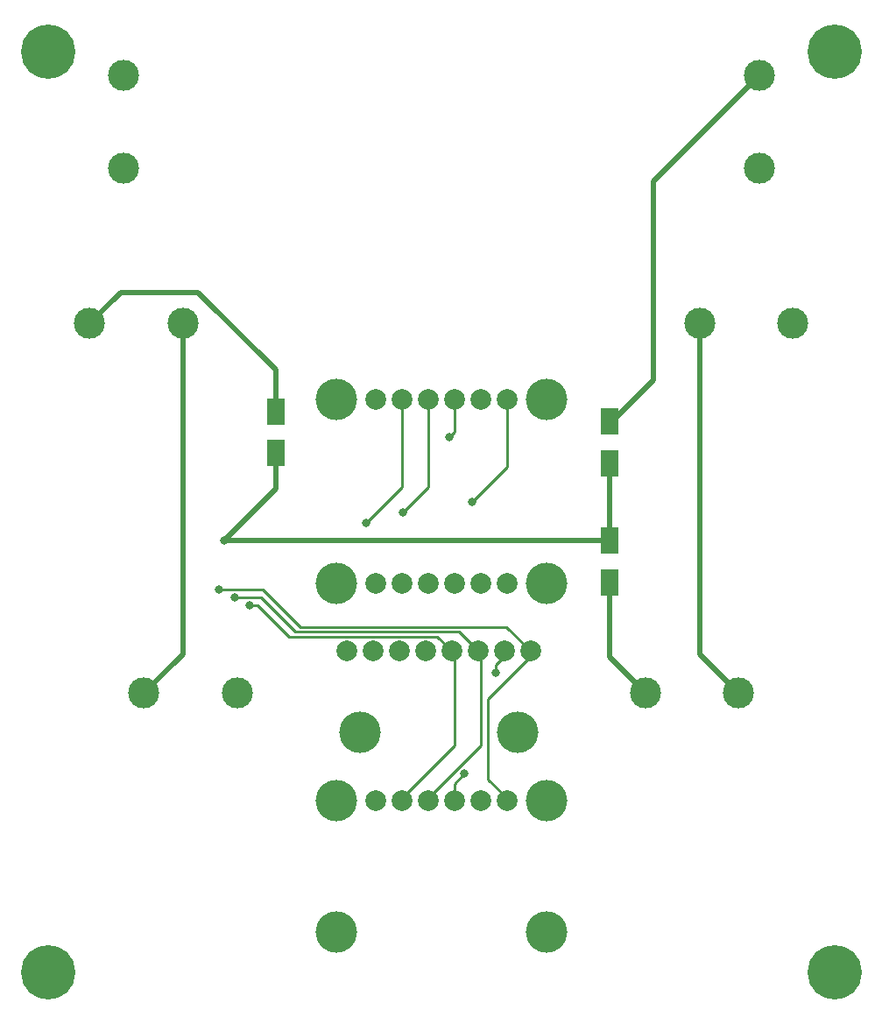
<source format=gbr>
%TF.GenerationSoftware,KiCad,Pcbnew,(5.1.10)-1*%
%TF.CreationDate,2022-05-09T18:00:36-07:00*%
%TF.ProjectId,solar-panel-WithCutout,736f6c61-722d-4706-916e-656c2d576974,1.0*%
%TF.SameCoordinates,Original*%
%TF.FileFunction,Copper,L1,Top*%
%TF.FilePolarity,Positive*%
%FSLAX46Y46*%
G04 Gerber Fmt 4.6, Leading zero omitted, Abs format (unit mm)*
G04 Created by KiCad (PCBNEW (5.1.10)-1) date 2022-05-09 18:00:36*
%MOMM*%
%LPD*%
G01*
G04 APERTURE LIST*
%TA.AperFunction,ComponentPad*%
%ADD10C,5.250000*%
%TD*%
%TA.AperFunction,SMDPad,CuDef*%
%ADD11R,1.700000X2.500000*%
%TD*%
%TA.AperFunction,SMDPad,CuDef*%
%ADD12C,4.000000*%
%TD*%
%TA.AperFunction,SMDPad,CuDef*%
%ADD13C,2.000000*%
%TD*%
%TA.AperFunction,ComponentPad*%
%ADD14C,3.000000*%
%TD*%
%TA.AperFunction,ViaPad*%
%ADD15C,0.800000*%
%TD*%
%TA.AperFunction,Conductor*%
%ADD16C,0.250000*%
%TD*%
%TA.AperFunction,Conductor*%
%ADD17C,0.500000*%
%TD*%
G04 APERTURE END LIST*
D10*
%TO.P,J5,1*%
%TO.N,Net-(J5-Pad1)*%
X179500000Y-143230000D03*
%TD*%
%TO.P,J4,1*%
%TO.N,Net-(J4-Pad1)*%
X179500000Y-54230000D03*
%TD*%
%TO.P,J3,1*%
%TO.N,Net-(J3-Pad1)*%
X103500000Y-143230000D03*
%TD*%
%TO.P,J2,1*%
%TO.N,Net-(J2-Pad1)*%
X103500000Y-54230000D03*
%TD*%
D11*
%TO.P,D3,2*%
%TO.N,Net-(D3-Pad2)*%
X157750000Y-90000000D03*
%TO.P,D3,1*%
%TO.N,VSOLAR*%
X157750000Y-94000000D03*
%TD*%
%TO.P,D2,2*%
%TO.N,Net-(D2-Pad2)*%
X157750000Y-105500000D03*
%TO.P,D2,1*%
%TO.N,VSOLAR*%
X157750000Y-101500000D03*
%TD*%
%TO.P,D1,2*%
%TO.N,Net-(D1-Pad2)*%
X125500000Y-89000000D03*
%TO.P,D1,1*%
%TO.N,VSOLAR*%
X125500000Y-93000000D03*
%TD*%
D12*
%TO.P,U3,9*%
%TO.N,Net-(U3-Pad9)*%
X148870000Y-120060000D03*
%TO.P,U3,10*%
%TO.N,Net-(U3-Pad10)*%
X133630000Y-120060000D03*
D13*
%TO.P,U3,3*%
%TO.N,SCL*%
X145060000Y-112186000D03*
%TO.P,U3,4*%
%TO.N,SDA*%
X142520000Y-112186000D03*
%TO.P,U3,1*%
%TO.N,+3V3*%
X150140000Y-112186000D03*
%TO.P,U3,2*%
%TO.N,GND*%
X147600000Y-112186000D03*
%TO.P,U3,8*%
%TO.N,Net-(U3-Pad8)*%
X132360000Y-112186000D03*
%TO.P,U3,7*%
%TO.N,Net-(U3-Pad7)*%
X134900000Y-112186000D03*
%TO.P,U3,6*%
%TO.N,Net-(U3-Pad6)*%
X137440000Y-112186000D03*
%TO.P,U3,5*%
%TO.N,Net-(U3-Pad5)*%
X139980000Y-112186000D03*
%TD*%
%TO.P,U2,11*%
%TO.N,Net-(U2-Pad11)*%
X137690000Y-105640000D03*
%TO.P,U2,12*%
%TO.N,Net-(U2-Pad12)*%
X135150000Y-105640000D03*
D12*
%TO.P,U2,16*%
%TO.N,Net-(U2-Pad16)*%
X131340000Y-105640000D03*
D13*
%TO.P,U2,7*%
%TO.N,Net-(U2-Pad7)*%
X147850000Y-105640000D03*
D12*
%TO.P,U2,15*%
%TO.N,Net-(U2-Pad15)*%
X151660000Y-105640000D03*
D13*
%TO.P,U2,8*%
%TO.N,Net-(U2-Pad8)*%
X145310000Y-105640000D03*
%TO.P,U2,9*%
%TO.N,Net-(U2-Pad9)*%
X142770000Y-105640000D03*
%TO.P,U2,10*%
%TO.N,Net-(U2-Pad10)*%
X140230000Y-105640000D03*
D12*
%TO.P,U2,13*%
%TO.N,Net-(U2-Pad13)*%
X151660000Y-87860000D03*
D13*
%TO.P,U2,2*%
%TO.N,Net-(U2-Pad2)*%
X145310000Y-87860000D03*
%TO.P,U2,3*%
%TO.N,GND*%
X142770000Y-87860000D03*
%TO.P,U2,1*%
%TO.N,+3V3*%
X147850000Y-87860000D03*
%TO.P,U2,6*%
%TO.N,Net-(U2-Pad6)*%
X135150000Y-87860000D03*
%TO.P,U2,5*%
%TO.N,SDA*%
X137690000Y-87860000D03*
%TO.P,U2,4*%
%TO.N,SCL*%
X140230000Y-87860000D03*
D12*
%TO.P,U2,14*%
%TO.N,Net-(U2-Pad14)*%
X131340000Y-87860000D03*
%TD*%
%TO.P,U1,7*%
%TO.N,Net-(U1-Pad7)*%
X151660000Y-139350000D03*
%TO.P,U1,8*%
%TO.N,Net-(U1-Pad8)*%
X131340000Y-139350000D03*
%TO.P,U1,9*%
%TO.N,Net-(U1-Pad9)*%
X151660000Y-126650000D03*
D13*
%TO.P,U1,2*%
%TO.N,Net-(U1-Pad2)*%
X145310000Y-126650000D03*
%TO.P,U1,3*%
%TO.N,GND*%
X142770000Y-126650000D03*
%TO.P,U1,1*%
%TO.N,+3V3*%
X147850000Y-126650000D03*
%TO.P,U1,6*%
%TO.N,Net-(U1-Pad6)*%
X135150000Y-126650000D03*
%TO.P,U1,5*%
%TO.N,SDA*%
X137690000Y-126650000D03*
%TO.P,U1,4*%
%TO.N,SCL*%
X140230000Y-126650000D03*
D12*
%TO.P,U1,10*%
%TO.N,Net-(U1-Pad10)*%
X131340000Y-126650000D03*
%TD*%
D14*
%TO.P,SC6,2*%
%TO.N,GND*%
X110750000Y-56500000D03*
%TO.P,SC6,1*%
%TO.N,Net-(SC5-Pad2)*%
X110750000Y-65500000D03*
%TD*%
%TO.P,SC5,2*%
%TO.N,Net-(SC5-Pad2)*%
X172250000Y-65500000D03*
%TO.P,SC5,1*%
%TO.N,Net-(D3-Pad2)*%
X172250000Y-56500000D03*
%TD*%
%TO.P,SC4,2*%
%TO.N,GND*%
X175500000Y-80500000D03*
%TO.P,SC4,1*%
%TO.N,Net-(SC3-Pad2)*%
X166500000Y-80500000D03*
%TD*%
%TO.P,SC3,2*%
%TO.N,Net-(SC3-Pad2)*%
X170250000Y-116250000D03*
%TO.P,SC3,1*%
%TO.N,Net-(D2-Pad2)*%
X161250000Y-116250000D03*
%TD*%
%TO.P,SC2,2*%
%TO.N,GND*%
X121750000Y-116250000D03*
%TO.P,SC2,1*%
%TO.N,Net-(SC1-Pad2)*%
X112750000Y-116250000D03*
%TD*%
%TO.P,SC1,2*%
%TO.N,Net-(SC1-Pad2)*%
X116500000Y-80500000D03*
%TO.P,SC1,1*%
%TO.N,Net-(D1-Pad2)*%
X107500000Y-80500000D03*
%TD*%
D15*
%TO.N,GND*%
X142250000Y-91500000D03*
X146750000Y-114250000D03*
X143750000Y-124000000D03*
%TO.N,+3V3*%
X144500000Y-97750000D03*
X120000000Y-106250000D03*
%TO.N,VSOLAR*%
X120500000Y-101500000D03*
%TO.N,SDA*%
X134250000Y-99750000D03*
X123000000Y-107750000D03*
%TO.N,SCL*%
X137750000Y-98750000D03*
X121500000Y-107000000D03*
%TD*%
D16*
%TO.N,GND*%
X142770000Y-88860000D02*
X142770000Y-90980000D01*
X142770000Y-90980000D02*
X142250000Y-91500000D01*
X142250000Y-91500000D02*
X142250000Y-91500000D01*
X147850000Y-112436000D02*
X146750000Y-113536000D01*
X146750000Y-113536000D02*
X146750000Y-114250000D01*
X146750000Y-114250000D02*
X146750000Y-114250000D01*
X142770000Y-126400000D02*
X142770000Y-124980000D01*
X142770000Y-124980000D02*
X143750000Y-124000000D01*
X143750000Y-124000000D02*
X143750000Y-124000000D01*
%TO.N,+3V3*%
X150390000Y-112436000D02*
X146076000Y-116750000D01*
X147850000Y-126400000D02*
X146000000Y-124550000D01*
X146000000Y-116826000D02*
X146076000Y-116750000D01*
X146000000Y-124550000D02*
X146000000Y-116826000D01*
X147850000Y-94400000D02*
X144500000Y-97750000D01*
X147850000Y-88860000D02*
X147850000Y-94400000D01*
X150390000Y-112436000D02*
X147803980Y-109849980D01*
X147803980Y-109849980D02*
X127849980Y-109849980D01*
X124250000Y-106250000D02*
X120000000Y-106250000D01*
X127849980Y-109849980D02*
X124250000Y-106250000D01*
D17*
%TO.N,VSOLAR*%
X157750000Y-94250000D02*
X157750000Y-101500000D01*
X157750000Y-101500000D02*
X120500000Y-101500000D01*
X125500000Y-96500000D02*
X120500000Y-101500000D01*
X125500000Y-93000000D02*
X125500000Y-96500000D01*
%TO.N,Net-(SC1-Pad2)*%
X116500000Y-112500000D02*
X112750000Y-116250000D01*
X116500000Y-80500000D02*
X116500000Y-112500000D01*
%TO.N,Net-(SC3-Pad2)*%
X166500000Y-112500000D02*
X170250000Y-116250000D01*
X166500000Y-80500000D02*
X166500000Y-112500000D01*
%TO.N,Net-(D1-Pad2)*%
X110500000Y-77500000D02*
X107500000Y-80500000D01*
X118000000Y-77500000D02*
X110500000Y-77500000D01*
X125500000Y-85000000D02*
X125500000Y-89000000D01*
X118000000Y-77500000D02*
X125500000Y-85000000D01*
%TO.N,Net-(D2-Pad2)*%
X157750000Y-112750000D02*
X161250000Y-116250000D01*
X157750000Y-105500000D02*
X157750000Y-112750000D01*
D16*
%TO.N,SDA*%
X142770000Y-121320000D02*
X137690000Y-126400000D01*
X142770000Y-112436000D02*
X142770000Y-121320000D01*
X137690000Y-96310000D02*
X134250000Y-99750000D01*
X137690000Y-88860000D02*
X137690000Y-96310000D01*
X142770000Y-112436000D02*
X141084000Y-110750000D01*
X141084000Y-110750000D02*
X126749998Y-110750000D01*
X126749998Y-110750000D02*
X126749998Y-110749998D01*
X123750000Y-107750000D02*
X123250000Y-107750000D01*
X126749998Y-110749998D02*
X123750000Y-107750000D01*
%TO.N,SCL*%
X140230000Y-96270000D02*
X137750000Y-98750000D01*
X140230000Y-88860000D02*
X140230000Y-96270000D01*
X121500001Y-106999999D02*
X121500000Y-107000000D01*
X124072999Y-106999999D02*
X121500001Y-106999999D01*
X127372990Y-110299990D02*
X124072999Y-106999999D01*
X143173990Y-110299990D02*
X127372990Y-110299990D01*
X145310000Y-112436000D02*
X143173990Y-110299990D01*
X145310000Y-121320000D02*
X145310000Y-112436000D01*
X140230000Y-126400000D02*
X145310000Y-121320000D01*
D17*
%TO.N,Net-(D3-Pad2)*%
X162000000Y-66750000D02*
X172250000Y-56500000D01*
X162000000Y-86000000D02*
X162000000Y-66750000D01*
X157750000Y-90250000D02*
X162000000Y-86000000D01*
%TD*%
M02*

</source>
